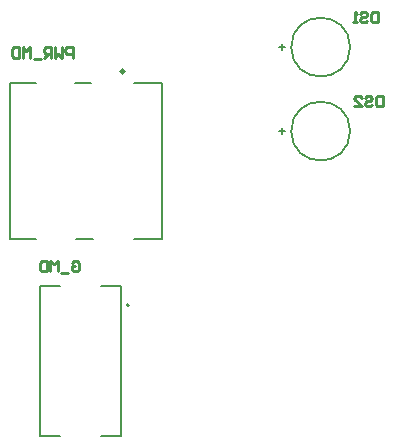
<source format=gbo>
G04*
G04 #@! TF.GenerationSoftware,Altium Limited,Altium Designer,24.1.2 (44)*
G04*
G04 Layer_Color=32896*
%FSLAX44Y44*%
%MOMM*%
G71*
G04*
G04 #@! TF.SameCoordinates,E9BD1FF1-B1AA-42C1-8D7E-3D4E88507192*
G04*
G04*
G04 #@! TF.FilePolarity,Positive*
G04*
G01*
G75*
%ADD11C,0.2000*%
%ADD12C,0.1270*%
%ADD14C,0.2540*%
%ADD69C,0.3048*%
D11*
X684890Y1703080D02*
G03*
X684890Y1703080I-1000J0D01*
G01*
X872000Y1850390D02*
G03*
X872000Y1850390I-24910J0D01*
G01*
Y1921510D02*
G03*
X872000Y1921510I-24910J0D01*
G01*
X814790Y1847850D02*
Y1852930D01*
X812200Y1850390D02*
X817180D01*
X814790Y1918970D02*
Y1924050D01*
X812200Y1921510D02*
X817180D01*
D12*
X639900Y1758950D02*
X654050D01*
X584200D02*
X606475D01*
X688925D02*
X712470D01*
X638810Y1891030D02*
X652960D01*
X584200D02*
X606475D01*
X688925D02*
X712470D01*
X584200Y1758950D02*
Y1891030D01*
X712470Y1758950D02*
Y1891030D01*
X609590Y1592580D02*
Y1719580D01*
Y1592580D02*
X626790D01*
X660990D02*
X678190D01*
Y1719580D01*
X609590D02*
X626790D01*
X660990D02*
X678190D01*
D14*
X637032Y1912620D02*
Y1921617D01*
X632533D01*
X631034Y1920118D01*
Y1917119D01*
X632533Y1915619D01*
X637032D01*
X628035Y1921617D02*
Y1912620D01*
X625036Y1915619D01*
X622037Y1912620D01*
Y1921617D01*
X619038Y1912620D02*
Y1921617D01*
X614539D01*
X613040Y1920118D01*
Y1917119D01*
X614539Y1915619D01*
X619038D01*
X616039D02*
X613040Y1912620D01*
X610041Y1911120D02*
X604043D01*
X601044Y1912620D02*
Y1921617D01*
X598045Y1918618D01*
X595046Y1921617D01*
Y1912620D01*
X592047Y1921617D02*
Y1912620D01*
X587548D01*
X586049Y1914120D01*
Y1920118D01*
X587548Y1921617D01*
X592047D01*
X636368Y1739016D02*
X637868Y1740515D01*
X640866D01*
X642366Y1739016D01*
Y1733017D01*
X640866Y1731518D01*
X637868D01*
X636368Y1733017D01*
Y1736017D01*
X639367D01*
X633369Y1730018D02*
X627371D01*
X624372Y1731518D02*
Y1740515D01*
X621373Y1737516D01*
X618374Y1740515D01*
Y1731518D01*
X615375Y1740515D02*
Y1731518D01*
X610876D01*
X609377Y1733017D01*
Y1739016D01*
X610876Y1740515D01*
X615375D01*
X899726Y1880289D02*
Y1871292D01*
X895228D01*
X893728Y1872791D01*
Y1878789D01*
X895228Y1880289D01*
X899726D01*
X884731Y1878789D02*
X886230Y1880289D01*
X889230D01*
X890729Y1878789D01*
Y1877289D01*
X889230Y1875790D01*
X886230D01*
X884731Y1874290D01*
Y1872791D01*
X886230Y1871292D01*
X889230D01*
X890729Y1872791D01*
X875734Y1871292D02*
X881732D01*
X875734Y1877289D01*
Y1878789D01*
X877233Y1880289D01*
X880232D01*
X881732Y1878789D01*
X895687Y1951409D02*
Y1942411D01*
X891188D01*
X889688Y1943911D01*
Y1949909D01*
X891188Y1951409D01*
X895687D01*
X880692Y1949909D02*
X882191Y1951409D01*
X885190D01*
X886690Y1949909D01*
Y1948409D01*
X885190Y1946910D01*
X882191D01*
X880692Y1945410D01*
Y1943911D01*
X882191Y1942411D01*
X885190D01*
X886690Y1943911D01*
X877692Y1942411D02*
X874693D01*
X876193D01*
Y1951409D01*
X877692Y1949909D01*
D69*
X680450Y1900920D02*
G03*
X680450Y1900920I-1000J0D01*
G01*
M02*

</source>
